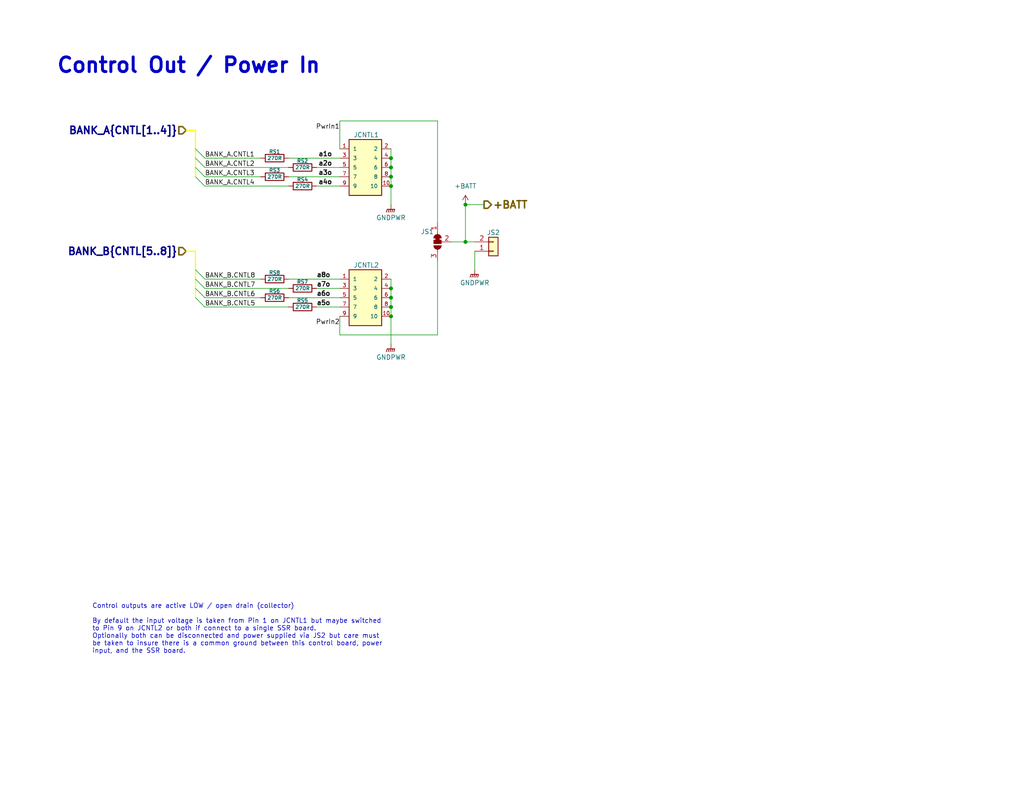
<source format=kicad_sch>
(kicad_sch (version 20211123) (generator eeschema)

  (uuid f6863fda-6c6a-44e6-9da4-3b37d21ef95c)

  (paper "USLetter")

  (title_block
    (date "2023-02-08")
    (rev "0.0.11")
    (comment 2 "http://creativecommons.org/licenses/by-sa/4.0/")
    (comment 3 "License: CC By SA 4.0")
    (comment 4 "Author: Michael Cummings")
    (comment 5 "https://ohwr.org/project/cernohl/wikis/Documents/CERN-OHL-version-2")
    (comment 6 "Hardware License: CERN-OHL-W")
  )

  (lib_symbols
    (symbol "Connector_Generic:Conn_01x02" (pin_names (offset 1.016) hide) (in_bom yes) (on_board yes)
      (property "Reference" "JS2" (id 0) (at 0 4.826 0)
        (effects (font (size 1.27 1.27)))
      )
      (property "Value" "Conn_01x02" (id 1) (at 5.715 -22.225 0)
        (effects (font (size 1.27 1.27)) hide)
      )
      (property "Footprint" "Connector_PinHeader_1.00mm:PinHeader_1x02_P1.00mm_Vertical" (id 2) (at 19.05 -12.7 0)
        (effects (font (size 1.27 1.27)) hide)
      )
      (property "Datasheet" "~" (id 3) (at 0 0 0)
        (effects (font (size 1.27 1.27)) hide)
      )
      (property "Description" "Pin Header; 1mm 1x2 Vertical" (id 4) (at 13.97 -9.525 0)
        (effects (font (size 1.27 1.27)) hide)
      )
      (property "Package" "Other" (id 5) (at 2.54 -16.51 0)
        (effects (font (size 1.27 1.27)) hide)
      )
      (property "Type" "THT" (id 6) (at 1.27 -19.685 0)
        (effects (font (size 1.27 1.27)) hide)
      )
      (property "ki_keywords" "connector" (id 7) (at 0 0 0)
        (effects (font (size 1.27 1.27)) hide)
      )
      (property "ki_description" "Generic connector, single row, 01x02, script generated (kicad-library-utils/schlib/autogen/connector/)" (id 8) (at 0 0 0)
        (effects (font (size 1.27 1.27)) hide)
      )
      (property "ki_fp_filters" "Connector*:*_1x??_*" (id 9) (at 0 0 0)
        (effects (font (size 1.27 1.27)) hide)
      )
      (symbol "Conn_01x02_1_1"
        (rectangle (start -1.27 -2.413) (end 0 -2.667)
          (stroke (width 0.1524) (type default) (color 0 0 0 0))
          (fill (type none))
        )
        (rectangle (start -1.27 0.127) (end 0 -0.127)
          (stroke (width 0.1524) (type default) (color 0 0 0 0))
          (fill (type none))
        )
        (rectangle (start -1.27 1.27) (end 1.27 -3.81)
          (stroke (width 0.254) (type default) (color 0 0 0 0))
          (fill (type background))
        )
        (pin passive line (at -5.08 0 0) (length 3.81)
          (name "Pin_1" (effects (font (size 1.27 1.27))))
          (number "1" (effects (font (size 1.27 1.27))))
        )
        (pin passive line (at -5.08 -2.54 0) (length 3.81)
          (name "Pin_2" (effects (font (size 1.27 1.27))))
          (number "2" (effects (font (size 1.27 1.27))))
        )
      )
    )
    (symbol "Device:R" (pin_numbers hide) (pin_names (offset 0)) (in_bom yes) (on_board yes)
      (property "Reference" "R" (id 0) (at 2.032 0 90)
        (effects (font (size 1.27 1.27)))
      )
      (property "Value" "R" (id 1) (at 0 0 90)
        (effects (font (size 1.27 1.27)))
      )
      (property "Footprint" "" (id 2) (at -1.778 0 90)
        (effects (font (size 1.27 1.27)) hide)
      )
      (property "Datasheet" "~" (id 3) (at 0 0 0)
        (effects (font (size 1.27 1.27)) hide)
      )
      (property "ki_keywords" "R res resistor" (id 4) (at 0 0 0)
        (effects (font (size 1.27 1.27)) hide)
      )
      (property "ki_description" "Resistor" (id 5) (at 0 0 0)
        (effects (font (size 1.27 1.27)) hide)
      )
      (property "ki_fp_filters" "R_*" (id 6) (at 0 0 0)
        (effects (font (size 1.27 1.27)) hide)
      )
      (symbol "R_0_1"
        (rectangle (start -1.016 -2.54) (end 1.016 2.54)
          (stroke (width 0.254) (type default) (color 0 0 0 0))
          (fill (type none))
        )
      )
      (symbol "R_1_1"
        (pin passive line (at 0 3.81 270) (length 1.27)
          (name "~" (effects (font (size 1.27 1.27))))
          (number "1" (effects (font (size 1.27 1.27))))
        )
        (pin passive line (at 0 -3.81 90) (length 1.27)
          (name "~" (effects (font (size 1.27 1.27))))
          (number "2" (effects (font (size 1.27 1.27))))
        )
      )
    )
    (symbol "Jumper:SolderJumper_3_Bridged12" (pin_names (offset 0) hide) (in_bom yes) (on_board yes)
      (property "Reference" "JS1" (id 0) (at -2.54 0 0)
        (effects (font (size 1.27 1.27)))
      )
      (property "Value" "SolderJumper_3_Bridged12" (id 1) (at 18.415 -15.24 0)
        (effects (font (size 1.27 1.27)) hide)
      )
      (property "Footprint" "Jumper:SolderJumper-3_P1.3mm_Bridged12_RoundedPad1.0x1.5mm_NumberLabels" (id 2) (at 39.37 -19.685 0)
        (effects (font (size 1.27 1.27)) hide)
      )
      (property "Datasheet" "~" (id 3) (at 1.905 -22.86 0)
        (effects (font (size 1.27 1.27)) hide)
      )
      (property "ki_keywords" "Solder Jumper SPDT" (id 4) (at 0 0 0)
        (effects (font (size 1.27 1.27)) hide)
      )
      (property "ki_description" "3-pole Solder Jumper, pins 1+2 closed/bridged" (id 5) (at 0 0 0)
        (effects (font (size 1.27 1.27)) hide)
      )
      (property "ki_fp_filters" "SolderJumper*Bridged12*" (id 6) (at 0 0 0)
        (effects (font (size 1.27 1.27)) hide)
      )
      (symbol "SolderJumper_3_Bridged12_0_1"
        (rectangle (start -1.016 0.508) (end -0.508 -0.508)
          (stroke (width 0) (type default) (color 0 0 0 0))
          (fill (type outline))
        )
        (arc (start -1.016 1.016) (mid -2.032 0) (end -1.016 -1.016)
          (stroke (width 0) (type default) (color 0 0 0 0))
          (fill (type none))
        )
        (arc (start -1.016 1.016) (mid -2.032 0) (end -1.016 -1.016)
          (stroke (width 0) (type default) (color 0 0 0 0))
          (fill (type outline))
        )
        (rectangle (start -0.508 1.016) (end 0.508 -1.016)
          (stroke (width 0) (type default) (color 0 0 0 0))
          (fill (type outline))
        )
        (polyline
          (pts
            (xy -2.54 0)
            (xy -2.032 0)
          )
          (stroke (width 0) (type default) (color 0 0 0 0))
          (fill (type none))
        )
        (polyline
          (pts
            (xy -1.016 1.016)
            (xy -1.016 -1.016)
          )
          (stroke (width 0) (type default) (color 0 0 0 0))
          (fill (type none))
        )
        (polyline
          (pts
            (xy 0 -1.27)
            (xy 0 -1.016)
          )
          (stroke (width 0) (type default) (color 0 0 0 0))
          (fill (type none))
        )
        (polyline
          (pts
            (xy 1.016 1.016)
            (xy 1.016 -1.016)
          )
          (stroke (width 0) (type default) (color 0 0 0 0))
          (fill (type none))
        )
        (polyline
          (pts
            (xy 2.54 0)
            (xy 2.032 0)
          )
          (stroke (width 0) (type default) (color 0 0 0 0))
          (fill (type none))
        )
        (arc (start 1.016 -1.016) (mid 2.032 0) (end 1.016 1.016)
          (stroke (width 0) (type default) (color 0 0 0 0))
          (fill (type none))
        )
        (arc (start 1.016 -1.016) (mid 2.032 0) (end 1.016 1.016)
          (stroke (width 0) (type default) (color 0 0 0 0))
          (fill (type outline))
        )
      )
      (symbol "SolderJumper_3_Bridged12_1_1"
        (pin power_in line (at -5.08 0 0) (length 2.54)
          (name "A" (effects (font (size 1.27 1.27))))
          (number "1" (effects (font (size 1.27 1.27))))
        )
        (pin power_out line (at 0 -3.81 90) (length 2.54)
          (name "C" (effects (font (size 1.27 1.27))))
          (number "2" (effects (font (size 1.27 1.27))))
        )
        (pin power_in line (at 5.08 0 180) (length 2.54)
          (name "B" (effects (font (size 1.27 1.27))))
          (number "3" (effects (font (size 1.27 1.27))))
        )
      )
    )
    (symbol "SHF-105-01-L-D-RA_1" (pin_names (offset 1.016)) (in_bom yes) (on_board yes)
      (property "Reference" "JCNTL1" (id 0) (at 0.254 8.89 0)
        (effects (font (size 1.27 1.27)))
      )
      (property "Value" "SHF-105-01-L-D-RA_1" (id 1) (at 0 -43.18 0)
        (effects (font (size 1.27 1.27)) (justify left bottom) hide)
      )
      (property "Footprint" "dragon_mobile:SAMTEC_SHF-105-01-L-D-RA" (id 2) (at 0 -16.51 0)
        (effects (font (size 1.27 1.27)) (justify left bottom) hide)
      )
      (property "Datasheet" "https://www.mouser.com/datasheet/2/527/shf-2854584.pdf" (id 3) (at 0 -19.05 0)
        (effects (font (size 1.27 1.27)) (justify left bottom) hide)
      )
      (property "Description" "Headers & Wire Housings Shrouded Terminal Strip, 0.050\"(1.27mm) pitch, Pin(Male), Right Angle, IDC; 10 Pos. 2 Rows;" (id 4) (at 0 -21.59 0)
        (effects (font (size 1.27 1.27)) (justify left bottom) hide)
      )
      (property "MFN" "Samtec" (id 5) (at 0 -24.13 0)
        (effects (font (size 1.27 1.27)) (justify left bottom) hide)
      )
      (property "MFP" "SHF-105-01-L-D-RA-TR" (id 6) (at 0 -26.67 0)
        (effects (font (size 1.27 1.27)) (justify left bottom) hide)
      )
      (property "Type" "THT" (id 7) (at 0 -29.21 0)
        (effects (font (size 1.27 1.27)) (justify left bottom) hide)
      )
      (property "Height (mm)" "5.33" (id 8) (at 0 -31.75 0)
        (effects (font (size 1.27 1.27)) (justify left bottom) hide)
      )
      (property "Mouser Part Number" "200-SHF10501LDRATR" (id 9) (at 0 -34.29 0)
        (effects (font (size 1.27 1.27)) (justify left bottom) hide)
      )
      (property "Mouser Price/Stock" "https://www.mouser.com/ProductDetail/Samtec/SHF-105-01-L-D-RA-TR?qs=%252BZP6%2F%252BtExtA3jdVUpsGHlg%3D%3D" (id 10) (at 0 -36.83 0)
        (effects (font (size 1.27 1.27)) (justify left bottom) hide)
      )
      (property "Package" "Other" (id 11) (at 0 -44.704 0)
        (effects (font (size 1.27 1.27)) (justify left) hide)
      )
      (property "Characteristics" "Headers & Wire Housings Shrouded Terminal Strip, 0.050\"(1.27mm) pitch, Pin(Male), Right Angle, IDC; 10 Pos. 2 Rows;" (id 12) (at 0 -39.37 0)
        (effects (font (size 1.27 1.27)) (justify left) hide)
      )
      (property "ki_keywords" "Connector" (id 13) (at 0 0 0)
        (effects (font (size 1.27 1.27)) hide)
      )
      (property "ki_description" "Shrouded Terminal Strip, 0.050'' pitch, SHF-105-01-L-D-RA" (id 14) (at 0 0 0)
        (effects (font (size 1.27 1.27)) hide)
      )
      (symbol "SHF-105-01-L-D-RA_1_0_0"
        (rectangle (start -4.445 7.62) (end 4.445 -7.62)
          (stroke (width 0.254) (type default) (color 0 0 0 0))
          (fill (type background))
        )
        (pin power_out line (at -6.985 5.08 0) (length 2.54)
          (name "1" (effects (font (size 1.016 1.016))))
          (number "1" (effects (font (size 1.016 1.016))))
        )
        (pin passive line (at 6.985 -5.08 180) (length 2.54)
          (name "10" (effects (font (size 1.016 1.016))))
          (number "10" (effects (font (size 1.016 1.016))))
        )
        (pin passive line (at 6.985 5.08 180) (length 2.54)
          (name "2" (effects (font (size 1.016 1.016))))
          (number "2" (effects (font (size 1.016 1.016))))
        )
        (pin passive line (at -6.985 2.54 0) (length 2.54)
          (name "3" (effects (font (size 1.016 1.016))))
          (number "3" (effects (font (size 1.016 1.016))))
        )
        (pin passive line (at 6.985 2.54 180) (length 2.54)
          (name "4" (effects (font (size 1.016 1.016))))
          (number "4" (effects (font (size 1.016 1.016))))
        )
        (pin passive line (at -6.985 0 0) (length 2.54)
          (name "5" (effects (font (size 1.016 1.016))))
          (number "5" (effects (font (size 1.016 1.016))))
        )
        (pin passive line (at 6.985 0 180) (length 2.54)
          (name "6" (effects (font (size 1.016 1.016))))
          (number "6" (effects (font (size 1.016 1.016))))
        )
        (pin passive line (at -6.985 -2.54 0) (length 2.54)
          (name "7" (effects (font (size 1.016 1.016))))
          (number "7" (effects (font (size 1.016 1.016))))
        )
        (pin passive line (at 6.985 -2.54 180) (length 2.54)
          (name "8" (effects (font (size 1.016 1.016))))
          (number "8" (effects (font (size 1.016 1.016))))
        )
        (pin passive line (at -6.985 -5.08 0) (length 2.54)
          (name "9" (effects (font (size 1.016 1.016))))
          (number "9" (effects (font (size 1.016 1.016))))
        )
      )
    )
    (symbol "dragon_mobile:SHF-105-01-L-D-RA" (pin_names (offset 1.016)) (in_bom yes) (on_board yes)
      (property "Reference" "JCNTL2" (id 0) (at 0.254 8.89 0)
        (effects (font (size 1.27 1.27)))
      )
      (property "Value" "SHF-105-01-L-D-RA" (id 1) (at 0 -41.91 0)
        (effects (font (size 1.27 1.27)) (justify left bottom) hide)
      )
      (property "Footprint" "dragon_mobile:SAMTEC_SHF-105-01-L-D-RA" (id 2) (at 0 -16.51 0)
        (effects (font (size 1.27 1.27)) (justify left bottom) hide)
      )
      (property "Datasheet" "https://www.mouser.com/datasheet/2/527/shf-2854584.pdf" (id 3) (at 0 -19.05 0)
        (effects (font (size 1.27 1.27)) (justify left bottom) hide)
      )
      (property "Description" "Headers & Wire Housings Shrouded Terminal Strip, 0.050\"(1.27mm) pitch, Pin(Male), Right Angle, IDC; 10 Pos. 2 Rows;" (id 4) (at 0 -21.59 0)
        (effects (font (size 1.27 1.27)) (justify left bottom) hide)
      )
      (property "MFN" "Samtec" (id 5) (at 0 -24.13 0)
        (effects (font (size 1.27 1.27)) (justify left bottom) hide)
      )
      (property "MFP" "SHF-105-01-L-D-RA-TR" (id 6) (at 0 -26.67 0)
        (effects (font (size 1.27 1.27)) (justify left bottom) hide)
      )
      (property "Type" "THT" (id 7) (at 0 -29.21 0)
        (effects (font (size 1.27 1.27)) (justify left bottom) hide)
      )
      (property "Height (mm)" "5.33" (id 8) (at 0 -31.75 0)
        (effects (font (size 1.27 1.27)) (justify left bottom) hide)
      )
      (property "Mouser Part Number" "200-SHF10501LDRATR" (id 9) (at 0 -34.29 0)
        (effects (font (size 1.27 1.27)) (justify left bottom) hide)
      )
      (property "Mouser Price/Stock" "https://www.mouser.com/ProductDetail/Samtec/SHF-105-01-L-D-RA-TR?qs=%252BZP6%2F%252BtExtA3jdVUpsGHlg%3D%3D" (id 10) (at 0 -36.83 0)
        (effects (font (size 1.27 1.27)) (justify left bottom) hide)
      )
      (property "Characteristics" "Headers & Wire Housings Shrouded Terminal Strip, 0.050\"(1.27mm) pitch, Pin(Male), Right Angle, IDC; 10 Pos. 2 Rows;" (id 11) (at 0 -38.608 0)
        (effects (font (size 1.27 1.27)) (justify left) hide)
      )
      (property "Package" "Other" (id 12) (at 0 -43.688 0)
        (effects (font (size 1.27 1.27)) (justify left) hide)
      )
      (property "ki_keywords" "Connector" (id 13) (at 0 0 0)
        (effects (font (size 1.27 1.27)) hide)
      )
      (property "ki_description" "Shrouded Terminal Strip, 0.050'' pitch, SHF-105-01-L-D-RA" (id 14) (at 0 0 0)
        (effects (font (size 1.27 1.27)) hide)
      )
      (symbol "SHF-105-01-L-D-RA_0_0"
        (rectangle (start -4.445 7.62) (end 4.445 -7.62)
          (stroke (width 0.254) (type default) (color 0 0 0 0))
          (fill (type background))
        )
        (pin passive line (at -6.985 5.08 0) (length 2.54)
          (name "1" (effects (font (size 1.016 1.016))))
          (number "1" (effects (font (size 1.016 1.016))))
        )
        (pin passive line (at 6.985 -5.08 180) (length 2.54)
          (name "10" (effects (font (size 1.016 1.016))))
          (number "10" (effects (font (size 1.016 1.016))))
        )
        (pin passive line (at 6.985 5.08 180) (length 2.54)
          (name "2" (effects (font (size 1.016 1.016))))
          (number "2" (effects (font (size 1.016 1.016))))
        )
        (pin passive line (at -6.985 2.54 0) (length 2.54)
          (name "3" (effects (font (size 1.016 1.016))))
          (number "3" (effects (font (size 1.016 1.016))))
        )
        (pin passive line (at 6.985 2.54 180) (length 2.54)
          (name "4" (effects (font (size 1.016 1.016))))
          (number "4" (effects (font (size 1.016 1.016))))
        )
        (pin passive line (at -6.985 0 0) (length 2.54)
          (name "5" (effects (font (size 1.016 1.016))))
          (number "5" (effects (font (size 1.016 1.016))))
        )
        (pin passive line (at 6.985 0 180) (length 2.54)
          (name "6" (effects (font (size 1.016 1.016))))
          (number "6" (effects (font (size 1.016 1.016))))
        )
        (pin passive line (at -6.985 -2.54 0) (length 2.54)
          (name "7" (effects (font (size 1.016 1.016))))
          (number "7" (effects (font (size 1.016 1.016))))
        )
        (pin passive line (at 6.985 -2.54 180) (length 2.54)
          (name "8" (effects (font (size 1.016 1.016))))
          (number "8" (effects (font (size 1.016 1.016))))
        )
        (pin power_out line (at -6.985 -5.08 0) (length 2.54)
          (name "9" (effects (font (size 1.016 1.016))))
          (number "9" (effects (font (size 1.016 1.016))))
        )
      )
    )
    (symbol "power:+BATT" (power) (pin_names (offset 0)) (in_bom yes) (on_board yes)
      (property "Reference" "#PWR" (id 0) (at 0 -3.81 0)
        (effects (font (size 1.27 1.27)) hide)
      )
      (property "Value" "+BATT" (id 1) (at 0 3.556 0)
        (effects (font (size 1.27 1.27)))
      )
      (property "Footprint" "" (id 2) (at 0 0 0)
        (effects (font (size 1.27 1.27)) hide)
      )
      (property "Datasheet" "" (id 3) (at 0 0 0)
        (effects (font (size 1.27 1.27)) hide)
      )
      (property "ki_keywords" "global power battery" (id 4) (at 0 0 0)
        (effects (font (size 1.27 1.27)) hide)
      )
      (property "ki_description" "Power symbol creates a global label with name \"+BATT\"" (id 5) (at 0 0 0)
        (effects (font (size 1.27 1.27)) hide)
      )
      (symbol "+BATT_0_1"
        (polyline
          (pts
            (xy -0.762 1.27)
            (xy 0 2.54)
          )
          (stroke (width 0) (type default) (color 0 0 0 0))
          (fill (type none))
        )
        (polyline
          (pts
            (xy 0 0)
            (xy 0 2.54)
          )
          (stroke (width 0) (type default) (color 0 0 0 0))
          (fill (type none))
        )
        (polyline
          (pts
            (xy 0 2.54)
            (xy 0.762 1.27)
          )
          (stroke (width 0) (type default) (color 0 0 0 0))
          (fill (type none))
        )
      )
      (symbol "+BATT_1_1"
        (pin power_in line (at 0 0 90) (length 0) hide
          (name "+BATT" (effects (font (size 1.27 1.27))))
          (number "1" (effects (font (size 1.27 1.27))))
        )
      )
    )
    (symbol "power:GNDPWR" (power) (pin_names (offset 0)) (in_bom yes) (on_board yes)
      (property "Reference" "#PWR" (id 0) (at 0 -5.08 0)
        (effects (font (size 1.27 1.27)) hide)
      )
      (property "Value" "GNDPWR" (id 1) (at 0 -3.302 0)
        (effects (font (size 1.27 1.27)))
      )
      (property "Footprint" "" (id 2) (at 0 -1.27 0)
        (effects (font (size 1.27 1.27)) hide)
      )
      (property "Datasheet" "" (id 3) (at 0 -1.27 0)
        (effects (font (size 1.27 1.27)) hide)
      )
      (property "ki_keywords" "power-flag" (id 4) (at 0 0 0)
        (effects (font (size 1.27 1.27)) hide)
      )
      (property "ki_description" "Power symbol creates a global label with name \"GNDPWR\" , power ground" (id 5) (at 0 0 0)
        (effects (font (size 1.27 1.27)) hide)
      )
      (symbol "GNDPWR_0_1"
        (polyline
          (pts
            (xy 0 -1.27)
            (xy 0 0)
          )
          (stroke (width 0) (type default) (color 0 0 0 0))
          (fill (type none))
        )
        (polyline
          (pts
            (xy -1.016 -1.27)
            (xy -1.27 -2.032)
            (xy -1.27 -2.032)
          )
          (stroke (width 0.2032) (type default) (color 0 0 0 0))
          (fill (type none))
        )
        (polyline
          (pts
            (xy -0.508 -1.27)
            (xy -0.762 -2.032)
            (xy -0.762 -2.032)
          )
          (stroke (width 0.2032) (type default) (color 0 0 0 0))
          (fill (type none))
        )
        (polyline
          (pts
            (xy 0 -1.27)
            (xy -0.254 -2.032)
            (xy -0.254 -2.032)
          )
          (stroke (width 0.2032) (type default) (color 0 0 0 0))
          (fill (type none))
        )
        (polyline
          (pts
            (xy 0.508 -1.27)
            (xy 0.254 -2.032)
            (xy 0.254 -2.032)
          )
          (stroke (width 0.2032) (type default) (color 0 0 0 0))
          (fill (type none))
        )
        (polyline
          (pts
            (xy 1.016 -1.27)
            (xy -1.016 -1.27)
            (xy -1.016 -1.27)
          )
          (stroke (width 0.2032) (type default) (color 0 0 0 0))
          (fill (type none))
        )
        (polyline
          (pts
            (xy 1.016 -1.27)
            (xy 0.762 -2.032)
            (xy 0.762 -2.032)
            (xy 0.762 -2.032)
          )
          (stroke (width 0.2032) (type default) (color 0 0 0 0))
          (fill (type none))
        )
      )
      (symbol "GNDPWR_1_1"
        (pin power_in line (at 0 0 270) (length 0) hide
          (name "GNDPWR" (effects (font (size 1.27 1.27))))
          (number "1" (effects (font (size 1.27 1.27))))
        )
      )
    )
  )

  (junction (at 106.68 86.36) (diameter 0) (color 0 0 0 0)
    (uuid 041dd7b3-b5b4-49f8-85eb-8f1edff61bb2)
  )
  (junction (at 127 66.04) (diameter 0) (color 0 0 0 0)
    (uuid 31cebfcc-8164-49c5-bdfd-ac23ba874d9b)
  )
  (junction (at 106.68 50.8) (diameter 0) (color 0 0 0 0)
    (uuid 4831d59b-7f47-4304-887a-3a0a6dbba5e6)
  )
  (junction (at 127 55.88) (diameter 0) (color 0 0 0 0)
    (uuid 85fed432-a0dd-4ee8-8d7f-82acc111e5e4)
  )
  (junction (at 106.68 48.26) (diameter 0) (color 0 0 0 0)
    (uuid b66c76a3-3f2d-40d9-a290-f7c289e75872)
  )
  (junction (at 106.68 43.18) (diameter 0) (color 0 0 0 0)
    (uuid ba687987-97a2-44e2-8ccc-5d3b9c1a3955)
  )
  (junction (at 106.68 45.72) (diameter 0) (color 0 0 0 0)
    (uuid c958b194-995d-491c-b3b0-d09faca9fac4)
  )
  (junction (at 106.68 83.82) (diameter 0) (color 0 0 0 0)
    (uuid ef2d71c0-fc5f-49c4-a2ea-95f4f87f6bd1)
  )
  (junction (at 106.68 81.28) (diameter 0) (color 0 0 0 0)
    (uuid f6d2a3f3-c24f-4fa4-a379-aa5505f8f0bf)
  )
  (junction (at 106.68 78.74) (diameter 0) (color 0 0 0 0)
    (uuid fae71d32-8c40-4409-8c32-9bb1d4428cc5)
  )

  (bus_entry (at 53.34 78.74) (size 2.54 2.54)
    (stroke (width 0) (type default) (color 0 0 0 0))
    (uuid 3df8834f-f7ca-43bb-8d93-b4d8b3161a39)
  )
  (bus_entry (at 53.34 45.72) (size 2.54 2.54)
    (stroke (width 0) (type default) (color 0 0 0 0))
    (uuid 65836b73-7b79-442a-9567-96cb0c567455)
  )
  (bus_entry (at 53.34 43.18) (size 2.54 2.54)
    (stroke (width 0) (type default) (color 0 0 0 0))
    (uuid 74f7447e-352d-4116-894a-6882025b3804)
  )
  (bus_entry (at 53.34 40.64) (size 2.54 2.54)
    (stroke (width 0) (type default) (color 0 0 0 0))
    (uuid 7d8a159c-0f9d-468e-9c6a-6b414e5951f0)
  )
  (bus_entry (at 53.34 76.2) (size 2.54 2.54)
    (stroke (width 0) (type default) (color 0 0 0 0))
    (uuid 8dd51fe1-a94e-4d8e-b8ea-a08ab4c40ddb)
  )
  (bus_entry (at 53.34 48.26) (size 2.54 2.54)
    (stroke (width 0) (type default) (color 0 0 0 0))
    (uuid b43731b3-5d11-4d7b-9c96-ba10aadf8bd5)
  )
  (bus_entry (at 53.34 81.28) (size 2.54 2.54)
    (stroke (width 0) (type default) (color 0 0 0 0))
    (uuid ebfbbfab-ffed-49a5-b736-11b011781e96)
  )
  (bus_entry (at 53.34 73.66) (size 2.54 2.54)
    (stroke (width 0) (type default) (color 0 0 0 0))
    (uuid f513fc3d-353f-4e8c-9189-bd18a7ac6939)
  )

  (wire (pts (xy 106.68 81.28) (xy 106.68 83.82))
    (stroke (width 0) (type default) (color 0 0 0 0))
    (uuid 001695c4-f659-4fdb-a2da-909a78918d9f)
  )
  (wire (pts (xy 127 66.04) (xy 129.54 66.04))
    (stroke (width 0) (type default) (color 0 0 0 0))
    (uuid 0128c044-548e-41ab-b997-d5de06d33c57)
  )
  (wire (pts (xy 55.88 76.2) (xy 71.12 76.2))
    (stroke (width 0) (type default) (color 0 0 0 0))
    (uuid 14b6302f-065a-4e13-9a45-b52ad6bc67e7)
  )
  (bus (pts (xy 53.34 68.58) (xy 53.34 73.66))
    (stroke (width 0) (type default) (color 255 255 0 1))
    (uuid 1b2f4624-5222-4ee1-8fd9-5c5c69229e5e)
  )

  (wire (pts (xy 119.38 33.02) (xy 92.71 33.02))
    (stroke (width 0) (type default) (color 0 0 0 0))
    (uuid 1dfdf04f-346c-4ae6-b891-a827bf24eb95)
  )
  (wire (pts (xy 106.68 40.64) (xy 106.68 43.18))
    (stroke (width 0) (type default) (color 0 0 0 0))
    (uuid 20bdaac8-a512-4356-aa9b-dda5be36d1e3)
  )
  (bus (pts (xy 53.34 40.64) (xy 53.34 43.18))
    (stroke (width 0) (type default) (color 255 255 0 1))
    (uuid 25c18e09-aa2d-4e8a-88f7-d8b86fff6c24)
  )

  (wire (pts (xy 92.71 33.02) (xy 92.71 40.64))
    (stroke (width 0) (type default) (color 0 0 0 0))
    (uuid 28b591e6-08f3-4878-a60e-59064074c478)
  )
  (wire (pts (xy 119.38 71.12) (xy 119.38 91.44))
    (stroke (width 0) (type default) (color 0 0 0 0))
    (uuid 2e8e6e61-01e9-4210-b93b-8cba97ab045a)
  )
  (wire (pts (xy 119.38 60.96) (xy 119.38 33.02))
    (stroke (width 0) (type default) (color 0 0 0 0))
    (uuid 38d78da9-7d4c-465c-b919-82d6f6da7269)
  )
  (wire (pts (xy 78.74 76.2) (xy 92.71 76.2))
    (stroke (width 0) (type default) (color 0 0 0 0))
    (uuid 413c5dd7-dd2b-4294-a589-d0b09b8f9487)
  )
  (wire (pts (xy 78.74 81.28) (xy 92.71 81.28))
    (stroke (width 0) (type default) (color 0 0 0 0))
    (uuid 4455cc48-0a05-4b9c-ab03-385e209ba522)
  )
  (wire (pts (xy 106.68 76.2) (xy 106.68 78.74))
    (stroke (width 0) (type default) (color 0 0 0 0))
    (uuid 446b48f3-6e07-41d4-a65a-943ef5a4319b)
  )
  (bus (pts (xy 53.34 43.18) (xy 53.34 45.72))
    (stroke (width 0) (type default) (color 255 255 0 1))
    (uuid 4cbe1151-c9ed-4e75-b286-ec81c9d83d12)
  )

  (wire (pts (xy 92.71 91.44) (xy 92.71 86.36))
    (stroke (width 0) (type default) (color 0 0 0 0))
    (uuid 4cd245f9-a16f-49f7-a136-aa7ffb0b475b)
  )
  (wire (pts (xy 106.68 78.74) (xy 106.68 81.28))
    (stroke (width 0) (type default) (color 0 0 0 0))
    (uuid 4ddc3866-fbc4-4e6f-be85-038adbd9704a)
  )
  (bus (pts (xy 53.34 73.66) (xy 53.34 76.2))
    (stroke (width 0) (type default) (color 255 255 0 1))
    (uuid 54450d9c-71ce-4e14-ae01-184e0305e48c)
  )

  (wire (pts (xy 78.74 48.26) (xy 92.71 48.26))
    (stroke (width 0) (type default) (color 0 0 0 0))
    (uuid 548699f6-523a-480c-9b4b-5391f613cfed)
  )
  (wire (pts (xy 106.68 48.26) (xy 106.68 50.8))
    (stroke (width 0) (type default) (color 0 0 0 0))
    (uuid 554ad394-8c9a-40e2-bbe9-a5dcc8df365b)
  )
  (bus (pts (xy 50.8 35.56) (xy 53.34 35.56))
    (stroke (width 0) (type default) (color 255 255 0 1))
    (uuid 5b1abda2-ac20-489d-959d-7feb868b5aa8)
  )
  (bus (pts (xy 50.8 68.58) (xy 53.34 68.58))
    (stroke (width 0) (type default) (color 255 255 0 1))
    (uuid 5c37aeb5-cf44-4776-acb6-5f954c577461)
  )

  (wire (pts (xy 55.88 43.18) (xy 71.12 43.18))
    (stroke (width 0) (type default) (color 0 0 0 0))
    (uuid 637b8273-ce7a-4939-ac17-7c83581a0926)
  )
  (wire (pts (xy 55.88 50.8) (xy 78.74 50.8))
    (stroke (width 0) (type default) (color 0 0 0 0))
    (uuid 6bc70f19-ace7-49cd-9b5c-773cdfd18e75)
  )
  (wire (pts (xy 106.68 43.18) (xy 106.68 45.72))
    (stroke (width 0) (type default) (color 0 0 0 0))
    (uuid 72842dbf-96a9-4c9b-871d-2ee0b346e1d9)
  )
  (wire (pts (xy 92.71 45.72) (xy 86.36 45.72))
    (stroke (width 0) (type default) (color 0 0 0 0))
    (uuid 7e9bbf72-7646-41f4-8a0d-4c93957d79d0)
  )
  (wire (pts (xy 92.71 43.18) (xy 78.74 43.18))
    (stroke (width 0) (type default) (color 0 0 0 0))
    (uuid 82bc3ba9-2261-4ff3-b3fc-42df73abdc5c)
  )
  (wire (pts (xy 106.68 86.36) (xy 106.68 93.98))
    (stroke (width 0) (type default) (color 0 0 0 0))
    (uuid 83e2ff60-d6cd-4c8f-8c30-0cfb407f059d)
  )
  (bus (pts (xy 53.34 45.72) (xy 53.34 48.26))
    (stroke (width 0) (type default) (color 255 255 0 1))
    (uuid 8488f8ac-d26b-4d84-9577-546b21a37464)
  )

  (wire (pts (xy 127 55.88) (xy 127 66.04))
    (stroke (width 0) (type default) (color 0 0 0 0))
    (uuid 8c2c7981-eb2d-43b2-84a5-56d5de52e03f)
  )
  (wire (pts (xy 86.36 78.74) (xy 92.71 78.74))
    (stroke (width 0) (type default) (color 0 0 0 0))
    (uuid 93ba2cfc-9d87-40de-9faf-42dd1d7bcd47)
  )
  (wire (pts (xy 119.38 91.44) (xy 92.71 91.44))
    (stroke (width 0) (type default) (color 0 0 0 0))
    (uuid 968e5530-498b-40fe-9d9d-3d40ecdfb03d)
  )
  (wire (pts (xy 55.88 83.82) (xy 78.74 83.82))
    (stroke (width 0) (type default) (color 0 0 0 0))
    (uuid 9ce5f02a-7192-41bc-b93d-2a4732f81fcd)
  )
  (wire (pts (xy 106.68 45.72) (xy 106.68 48.26))
    (stroke (width 0) (type default) (color 0 0 0 0))
    (uuid a31a8753-e4fe-429d-bca8-855b203dd327)
  )
  (wire (pts (xy 106.68 83.82) (xy 106.68 86.36))
    (stroke (width 0) (type default) (color 0 0 0 0))
    (uuid ad963175-1344-4d28-b088-c807d4244386)
  )
  (bus (pts (xy 53.34 76.2) (xy 53.34 78.74))
    (stroke (width 0) (type default) (color 255 255 0 1))
    (uuid b29ace17-ecc1-455c-b900-af21f644172b)
  )
  (bus (pts (xy 53.34 35.56) (xy 53.34 40.64))
    (stroke (width 0) (type default) (color 255 255 0 1))
    (uuid b87831de-d3b6-432d-b58c-232917b2f21d)
  )

  (wire (pts (xy 127 55.88) (xy 132.08 55.88))
    (stroke (width 0) (type default) (color 0 0 0 0))
    (uuid bbd5e61a-2a8e-4f00-9ca0-2015b1f79874)
  )
  (wire (pts (xy 86.36 83.82) (xy 92.71 83.82))
    (stroke (width 0) (type default) (color 0 0 0 0))
    (uuid be9b725b-e0a2-4af9-a5c7-35c5030b5392)
  )
  (wire (pts (xy 129.54 68.58) (xy 129.54 73.66))
    (stroke (width 0) (type default) (color 0 0 0 0))
    (uuid c1cce49d-2717-4782-91aa-cb3eb21bc0fb)
  )
  (wire (pts (xy 55.88 48.26) (xy 71.12 48.26))
    (stroke (width 0) (type default) (color 0 0 0 0))
    (uuid c90cb68c-01c0-4c8e-ae0a-48ab4ad287b8)
  )
  (wire (pts (xy 92.71 50.8) (xy 86.36 50.8))
    (stroke (width 0) (type default) (color 0 0 0 0))
    (uuid d1f18b6f-712f-4d5d-b37c-3335eee3d063)
  )
  (bus (pts (xy 53.34 78.74) (xy 53.34 81.28))
    (stroke (width 0) (type default) (color 255 255 0 1))
    (uuid df0802f8-cf87-4c6e-ab29-8a6120e594c0)
  )

  (wire (pts (xy 106.68 50.8) (xy 106.68 55.88))
    (stroke (width 0) (type default) (color 0 0 0 0))
    (uuid e1c842a9-5005-4662-911c-51f657289813)
  )
  (wire (pts (xy 55.88 81.28) (xy 71.12 81.28))
    (stroke (width 0) (type default) (color 0 0 0 0))
    (uuid e79e96ee-1beb-41f9-b17f-d6713b39a2a0)
  )
  (wire (pts (xy 55.88 78.74) (xy 78.74 78.74))
    (stroke (width 0) (type default) (color 0 0 0 0))
    (uuid f402d936-5bce-4686-b48e-3f9e988f7a6a)
  )
  (wire (pts (xy 55.88 45.72) (xy 78.74 45.72))
    (stroke (width 0) (type default) (color 0 0 0 0))
    (uuid f454a824-a77d-43c8-be3c-565a9e675b86)
  )
  (wire (pts (xy 123.19 66.04) (xy 127 66.04))
    (stroke (width 0) (type default) (color 0 0 0 0))
    (uuid fa609032-394a-4084-96d5-73f90a71dfbf)
  )

  (text "Control outputs are active LOW / open drain (collector)\n\nBy default the input voltage is taken from Pin 1 on JCNTL1 but maybe switched\nto Pin 9 on JCNTL2 or both if connect to a single SSR board.\nOptionally both can be disconnected and power supplied via JS2 but care must\nbe taken to insure there is a common ground between this control board, power\ninput, and the SSR board."
    (at 25.146 178.562 0)
    (effects (font (size 1.27 1.27)) (justify left bottom))
    (uuid 0eb96c0a-2709-45be-a7b0-8410e0d44574)
  )
  (text "Control Out / Power In" (at 15.24 20.32 0)
    (effects (font (size 4 4) bold) (justify left bottom))
    (uuid b60d0fcc-fec6-402f-95f8-9a554774b7b8)
  )

  (label "BANK_B.CNTL5" (at 55.88 83.82 0)
    (effects (font (size 1.27 1.27)) (justify left bottom))
    (uuid 0f38c759-fde4-4b3e-872b-6f5fb606c0df)
  )
  (label "BANK_B.CNTL7" (at 55.88 78.74 0)
    (effects (font (size 1.27 1.27)) (justify left bottom))
    (uuid 28f741ff-ac5d-4a6a-ac2a-64b4bc5308c1)
  )
  (label "BANK_A.CNTL1" (at 55.88 43.18 0)
    (effects (font (size 1.27 1.27)) (justify left bottom))
    (uuid 30dfec72-18ed-4bfe-b649-a7e8beb531a9)
  )
  (label "BANK_A.CNTL3" (at 55.88 48.26 0)
    (effects (font (size 1.27 1.27)) (justify left bottom))
    (uuid 37537f7f-a67b-4efe-bb82-81187137b8ec)
  )
  (label "a5o" (at 86.36 83.82 0)
    (effects (font (size 1.27 1.27) bold) (justify left bottom))
    (uuid 3dfe493d-ea2b-4202-b962-d0b1417055d5)
  )
  (label "BANK_B.CNTL8" (at 55.88 76.2 0)
    (effects (font (size 1.27 1.27)) (justify left bottom))
    (uuid 4cc7d060-dac2-496e-890e-78628d9f0d61)
  )
  (label "BANK_B.CNTL6" (at 55.88 81.28 0)
    (effects (font (size 1.27 1.27)) (justify left bottom))
    (uuid 4ddef211-98dc-4fd9-8eaf-b83e39d8062c)
  )
  (label "BANK_A.CNTL4" (at 55.88 50.8 0)
    (effects (font (size 1.27 1.27)) (justify left bottom))
    (uuid 576ea7a6-4b26-4eef-9cea-bd174ada8bdf)
  )
  (label "a2o" (at 90.678 45.72 180)
    (effects (font (size 1.27 1.27) (thickness 0.254) bold) (justify right bottom))
    (uuid 85b36596-7190-45f0-80cb-7dbbd19b9a4c)
  )
  (label "PwrIn1" (at 92.71 35.56 180)
    (effects (font (size 1.27 1.27)) (justify right bottom))
    (uuid 86ad9e54-444a-41af-abb8-b8e3c83ce4b8)
  )
  (label "PwrIn2" (at 92.71 88.9 180)
    (effects (font (size 1.27 1.27)) (justify right bottom))
    (uuid 8f11d05c-f419-4a14-88af-2a2649e75bd2)
  )
  (label "a4o" (at 90.678 50.8 180)
    (effects (font (size 1.27 1.27) (thickness 0.254) bold) (justify right bottom))
    (uuid a32fc379-7fd1-4e32-88e4-e45bfd25cf72)
  )
  (label "a3o" (at 90.678 48.26 180)
    (effects (font (size 1.27 1.27) (thickness 0.254) bold) (justify right bottom))
    (uuid b996cc92-04a4-453b-89f9-892353f4d193)
  )
  (label "BANK_A.CNTL2" (at 55.88 45.72 0)
    (effects (font (size 1.27 1.27)) (justify left bottom))
    (uuid dab932c3-bdef-48a9-b5d4-ae1969cf9321)
  )
  (label "a7o" (at 86.36 78.74 0)
    (effects (font (size 1.27 1.27) bold) (justify left bottom))
    (uuid e18639ad-96a7-4832-9857-a518d62ee763)
  )
  (label "a6o" (at 86.36 81.28 0)
    (effects (font (size 1.27 1.27) bold) (justify left bottom))
    (uuid e7d092ce-73aa-44c7-bcd0-3129b9e59046)
  )
  (label "a1o" (at 90.678 43.18 180)
    (effects (font (size 1.27 1.27) (thickness 0.254) bold) (justify right bottom))
    (uuid f393e887-9871-49d8-91e3-a4dca910641f)
  )
  (label "a8o" (at 86.36 76.2 0)
    (effects (font (size 1.27 1.27) bold) (justify left bottom))
    (uuid f4f2b378-a5b6-44ff-a074-b9dd947af9b1)
  )

  (hierarchical_label "BANK_B{CNTL[5..8]}" (shape input) (at 50.8 68.58 180)
    (effects (font (size 2 2) bold) (justify right))
    (uuid 57ae18de-6e26-42a6-a656-35b773d4b363)
  )
  (hierarchical_label "BANK_A{CNTL[1..4]}" (shape input) (at 50.8 35.56 180)
    (effects (font (size 2 2) bold) (justify right))
    (uuid c6fb6941-9424-4216-ae23-97deb0eb7254)
  )
  (hierarchical_label "+BATT" (shape output) (at 132.08 55.88 0)
    (effects (font (size 2 2) (thickness 0.4) bold) (justify left))
    (uuid d3f2ed8c-ade8-4a6c-b810-40268225ea40)
  )

  (symbol (lib_id "Jumper:SolderJumper_3_Bridged12") (at 119.38 66.04 90) (mirror x) (unit 1)
    (in_bom no) (on_board yes)
    (uuid 10a080ad-bb3a-4f2a-81d0-1b3a1d78e27c)
    (property "Reference" "JS1" (id 0) (at 116.586 63.246 90))
    (property "Value" "SolderJumper_3_Bridged12" (id 1) (at 134.62 84.455 0)
      (effects (font (size 1.27 1.27)) hide)
    )
    (property "Footprint" "Jumper:SolderJumper-3_P1.3mm_Bridged12_RoundedPad1.0x1.5mm_NumberLabels" (id 2) (at 139.065 105.41 0)
      (effects (font (size 1.27 1.27)) hide)
    )
    (property "Datasheet" "~" (id 3) (at 142.24 67.945 0)
      (effects (font (size 1.27 1.27)) hide)
    )
    (pin "1" (uuid 13434f7a-9367-46e1-b36d-d0636233950f))
    (pin "2" (uuid 53ee6dda-1e0a-47be-83c8-27507650fb89))
    (pin "3" (uuid dfceafff-67b4-497c-8ea1-97c25edb2d06))
  )

  (symbol (lib_id "power:GNDPWR") (at 129.54 73.66 0) (unit 1)
    (in_bom yes) (on_board yes)
    (uuid 1beebde3-c118-4a00-bdbe-20bb1d53a93e)
    (property "Reference" "#PWR0102" (id 0) (at 129.54 78.74 0)
      (effects (font (size 1.27 1.27)) hide)
    )
    (property "Value" "GNDPWR" (id 1) (at 129.54 77.216 0))
    (property "Footprint" "" (id 2) (at 129.54 74.93 0)
      (effects (font (size 1.27 1.27)) hide)
    )
    (property "Datasheet" "" (id 3) (at 129.54 74.93 0)
      (effects (font (size 1.27 1.27)) hide)
    )
    (pin "1" (uuid 6d35c125-4c4e-4887-b917-407f6c8bce28))
  )

  (symbol (lib_name "SHF-105-01-L-D-RA_1") (lib_id "dragon_mobile:SHF-105-01-L-D-RA") (at 99.695 45.72 0) (unit 1)
    (in_bom yes) (on_board yes)
    (uuid 2bcdb63b-4f52-4342-b7e6-8772c7e19421)
    (property "Reference" "JCNTL1" (id 0) (at 99.949 36.83 0))
    (property "Value" "SHF-105-01-L-D-RA" (id 1) (at 99.695 88.9 0)
      (effects (font (size 1.27 1.27)) (justify left bottom) hide)
    )
    (property "Footprint" "dragon_mobile:SAMTEC_SHF-105-01-L-D-RA" (id 2) (at 99.695 62.23 0)
      (effects (font (size 1.27 1.27)) (justify left bottom) hide)
    )
    (property "Datasheet" "https://www.mouser.com/datasheet/2/527/shf-2854584.pdf" (id 3) (at 99.695 64.77 0)
      (effects (font (size 1.27 1.27)) (justify left bottom) hide)
    )
    (property "Description" "Headers & Wire Housings Shrouded Terminal Strip, 0.050\"(1.27mm) pitch, Pin(Male), Right Angle, IDC; 10 Pos. 2 Rows;" (id 4) (at 99.695 67.31 0)
      (effects (font (size 1.27 1.27)) (justify left bottom) hide)
    )
    (property "MFN" "Samtec" (id 5) (at 99.695 69.85 0)
      (effects (font (size 1.27 1.27)) (justify left bottom) hide)
    )
    (property "MFP" "SHF-105-01-L-D-RA-TR" (id 6) (at 99.695 72.39 0)
      (effects (font (size 1.27 1.27)) (justify left bottom) hide)
    )
    (property "Type" "THT" (id 7) (at 99.695 74.93 0)
      (effects (font (size 1.27 1.27)) (justify left bottom) hide)
    )
    (property "Height (mm)" "5.33" (id 8) (at 99.695 77.47 0)
      (effects (font (size 1.27 1.27)) (justify left bottom) hide)
    )
    (property "Mouser Part Number" "200-SHF10501LDRATR" (id 9) (at 99.695 80.01 0)
      (effects (font (size 1.27 1.27)) (justify left bottom) hide)
    )
    (property "Mouser Price/Stock" "https://www.mouser.com/ProductDetail/Samtec/SHF-105-01-L-D-RA-TR?qs=%252BZP6%2F%252BtExtA3jdVUpsGHlg%3D%3D" (id 10) (at 99.695 82.55 0)
      (effects (font (size 1.27 1.27)) (justify left bottom) hide)
    )
    (property "Package" "Other" (id 11) (at 99.695 90.424 0)
      (effects (font (size 1.27 1.27)) (justify left) hide)
    )
    (property "Characteristics" "Headers & Wire Housings Shrouded Terminal Strip, 0.050\"(1.27mm) pitch, Pin(Male), Right Angle, IDC; 10 Pos. 2 Rows;" (id 12) (at 99.695 85.09 0)
      (effects (font (size 1.27 1.27)) (justify left) hide)
    )
    (pin "1" (uuid 79e49584-01da-4bc4-bd7d-fef4f5aa156c))
    (pin "10" (uuid bd18a0bd-9566-44c9-90cb-29f5ab0e0c90))
    (pin "2" (uuid 12a0072a-1e14-4e04-a715-6be6a1856109))
    (pin "3" (uuid 82b26db4-25d9-4dfe-b798-ab6162d98f72))
    (pin "4" (uuid 8398b48d-ebb6-484e-b6cb-f90ecb097137))
    (pin "5" (uuid 20d0bfaa-3c9e-4f48-b4b3-7496f39bd3d8))
    (pin "6" (uuid 0a7f144d-0b93-4c87-87f8-c757a34586fa))
    (pin "7" (uuid 0d2b2009-ddcd-4dc1-9840-721a8fa4dada))
    (pin "8" (uuid 041b0dd1-8ac8-4dc7-8e00-ebbfd16e584b))
    (pin "9" (uuid 914707cb-6d2a-4d1c-af31-99ab4100a6e9))
  )

  (symbol (lib_id "Device:R") (at 82.55 78.74 90) (mirror x) (unit 1)
    (in_bom yes) (on_board yes)
    (uuid 31c2335b-aa5d-4bd6-85f2-255dc73c711b)
    (property "Reference" "RS7" (id 0) (at 82.55 76.962 90)
      (effects (font (size 1 1)))
    )
    (property "Value" "270R" (id 1) (at 82.55 78.74 90)
      (effects (font (size 1 1)))
    )
    (property "Footprint" "Resistor_SMD:R_0603_1608Metric" (id 2) (at 82.55 76.962 90)
      (effects (font (size 1.27 1.27)) hide)
    )
    (property "Datasheet" "https://www.mouser.com/datasheet/2/348/ROHM_S_A0011096274_1-2563284.pdf" (id 3) (at 82.55 78.74 0)
      (effects (font (size 1.27 1.27)) hide)
    )
    (property "Description" "270Ohms; 300mW; SMD (0603) 5% Anti Surge AEC-Q200" (id 4) (at 82.55 78.74 0)
      (effects (font (size 1.27 1.27)) hide)
    )
    (property "Package" "0603" (id 5) (at 82.55 78.74 0)
      (effects (font (size 1.27 1.27)) hide)
    )
    (property "Type" "SMD" (id 6) (at 82.55 78.74 0)
      (effects (font (size 1.27 1.27)) hide)
    )
    (property "Characteristics" "270Ohms; 300mW; SMD (0603) 5% Anti Surge AEC-Q200" (id 7) (at 82.55 78.74 0)
      (effects (font (size 1.27 1.27)) hide)
    )
    (property "MFN" "ROHM Semiconductor" (id 8) (at 82.55 78.74 0)
      (effects (font (size 1.27 1.27)) hide)
    )
    (property "MFP" "SDR03EZPJ271" (id 9) (at 82.55 78.74 0)
      (effects (font (size 1.27 1.27)) hide)
    )
    (property "Mouser Part Number" "755-SDR03EZPJ271" (id 10) (at 82.55 78.74 0)
      (effects (font (size 1.27 1.27)) hide)
    )
    (property "Mouser Price/Stock" "https://www.mouser.com/ProductDetail/ROHM-Semiconductor/SDR03EZPJ271?qs=byeeYqUIh0MS4rgfOqr31Q%3D%3D" (id 11) (at 82.55 78.74 0)
      (effects (font (size 1.27 1.27)) hide)
    )
    (property "Height (mm)" "0.45" (id 12) (at 82.55 78.74 0)
      (effects (font (size 1.27 1.27)) hide)
    )
    (pin "1" (uuid cfe164fe-b9e9-42fd-92bc-b9c31a5a931e))
    (pin "2" (uuid 51971de9-8b1f-4a64-bba8-d3be2cf2f366))
  )

  (symbol (lib_id "Device:R") (at 82.55 50.8 90) (unit 1)
    (in_bom yes) (on_board yes)
    (uuid 41a8698b-a399-4891-9761-ecdbcc98333f)
    (property "Reference" "RS4" (id 0) (at 82.55 49.022 90)
      (effects (font (size 1 1)))
    )
    (property "Value" "270R" (id 1) (at 82.55 50.8 90)
      (effects (font (size 1 1)))
    )
    (property "Footprint" "Resistor_SMD:R_0603_1608Metric" (id 2) (at 82.55 52.578 90)
      (effects (font (size 1.27 1.27)) hide)
    )
    (property "Datasheet" "https://www.mouser.com/datasheet/2/348/ROHM_S_A0011096274_1-2563284.pdf" (id 3) (at 82.55 50.8 0)
      (effects (font (size 1.27 1.27)) hide)
    )
    (property "Description" "270Ohms; 300mW; SMD (0603) 5% Anti Surge AEC-Q200" (id 4) (at 82.55 50.8 0)
      (effects (font (size 1.27 1.27)) hide)
    )
    (property "Package" "0603" (id 5) (at 82.55 50.8 0)
      (effects (font (size 1.27 1.27)) hide)
    )
    (property "Type" "SMD" (id 6) (at 82.55 50.8 0)
      (effects (font (size 1.27 1.27)) hide)
    )
    (property "Characteristics" "270Ohms; 300mW; SMD (0603) 5% Anti Surge AEC-Q200" (id 7) (at 82.55 50.8 0)
      (effects (font (size 1.27 1.27)) hide)
    )
    (property "MFN" "ROHM Semiconductor" (id 8) (at 82.55 50.8 0)
      (effects (font (size 1.27 1.27)) hide)
    )
    (property "MFP" "SDR03EZPJ271" (id 9) (at 82.55 50.8 0)
      (effects (font (size 1.27 1.27)) hide)
    )
    (property "Mouser Part Number" "755-SDR03EZPJ271" (id 10) (at 82.55 50.8 0)
      (effects (font (size 1.27 1.27)) hide)
    )
    (property "Mouser Price/Stock" "https://www.mouser.com/ProductDetail/ROHM-Semiconductor/SDR03EZPJ271?qs=byeeYqUIh0MS4rgfOqr31Q%3D%3D" (id 11) (at 82.55 50.8 0)
      (effects (font (size 1.27 1.27)) hide)
    )
    (property "Height (mm)" "0.45" (id 12) (at 82.55 50.8 0)
      (effects (font (size 1.27 1.27)) hide)
    )
    (pin "1" (uuid ae6b4c25-94f2-4ef4-b283-de0635e8098b))
    (pin "2" (uuid ce5b9e4e-1a45-45c7-84bb-689c6ef15234))
  )

  (symbol (lib_id "Device:R") (at 74.93 48.26 90) (mirror x) (unit 1)
    (in_bom yes) (on_board yes)
    (uuid 62c09be1-c90c-4873-b827-8cf9b758da7e)
    (property "Reference" "RS3" (id 0) (at 74.93 46.482 90)
      (effects (font (size 1 1)))
    )
    (property "Value" "270R" (id 1) (at 74.93 48.26 90)
      (effects (font (size 1 1)))
    )
    (property "Footprint" "Resistor_SMD:R_0603_1608Metric" (id 2) (at 74.93 46.482 90)
      (effects (font (size 1.27 1.27)) hide)
    )
    (property "Datasheet" "https://www.mouser.com/datasheet/2/348/ROHM_S_A0011096274_1-2563284.pdf" (id 3) (at 74.93 48.26 0)
      (effects (font (size 1.27 1.27)) hide)
    )
    (property "Description" "270Ohms; 300mW; SMD (0603) 5% Anti Surge AEC-Q200" (id 4) (at 74.93 48.26 0)
      (effects (font (size 1.27 1.27)) hide)
    )
    (property "Package" "0603" (id 5) (at 74.93 48.26 0)
      (effects (font (size 1.27 1.27)) hide)
    )
    (property "Type" "SMD" (id 6) (at 74.93 48.26 0)
      (effects (font (size 1.27 1.27)) hide)
    )
    (property "Characteristics" "270Ohms; 300mW; SMD (0603) 5% Anti Surge AEC-Q200" (id 7) (at 74.93 48.26 0)
      (effects (font (size 1.27 1.27)) hide)
    )
    (property "MFN" "ROHM Semiconductor" (id 8) (at 74.93 48.26 0)
      (effects (font (size 1.27 1.27)) hide)
    )
    (property "MFP" "SDR03EZPJ271" (id 9) (at 74.93 48.26 0)
      (effects (font (size 1.27 1.27)) hide)
    )
    (property "Mouser Part Number" "755-SDR03EZPJ271" (id 10) (at 74.93 48.26 0)
      (effects (font (size 1.27 1.27)) hide)
    )
    (property "Mouser Price/Stock" "https://www.mouser.com/ProductDetail/ROHM-Semiconductor/SDR03EZPJ271?qs=byeeYqUIh0MS4rgfOqr31Q%3D%3D" (id 11) (at 74.93 48.26 0)
      (effects (font (size 1.27 1.27)) hide)
    )
    (property "Height (mm)" "0.45" (id 12) (at 74.93 48.26 0)
      (effects (font (size 1.27 1.27)) hide)
    )
    (pin "1" (uuid 38c87867-5242-4fdb-a1c3-44a7b2986a45))
    (pin "2" (uuid 1d908e8a-6445-48ab-a264-470dba775f4f))
  )

  (symbol (lib_id "Device:R") (at 82.55 45.72 90) (mirror x) (unit 1)
    (in_bom yes) (on_board yes)
    (uuid 691c7210-6450-4831-8d68-c39b24de2391)
    (property "Reference" "RS2" (id 0) (at 82.55 43.942 90)
      (effects (font (size 1 1)))
    )
    (property "Value" "270R" (id 1) (at 82.55 45.72 90)
      (effects (font (size 1 1)))
    )
    (property "Footprint" "Resistor_SMD:R_0603_1608Metric" (id 2) (at 82.55 43.942 90)
      (effects (font (size 1.27 1.27)) hide)
    )
    (property "Datasheet" "https://www.mouser.com/datasheet/2/348/ROHM_S_A0011096274_1-2563284.pdf" (id 3) (at 82.55 45.72 0)
      (effects (font (size 1.27 1.27)) hide)
    )
    (property "Description" "270Ohms; 300mW; SMD (0603) 5% Anti Surge AEC-Q200" (id 4) (at 82.55 45.72 0)
      (effects (font (size 1.27 1.27)) hide)
    )
    (property "Package" "0603" (id 5) (at 82.55 45.72 0)
      (effects (font (size 1.27 1.27)) hide)
    )
    (property "Type" "SMD" (id 6) (at 82.55 45.72 0)
      (effects (font (size 1.27 1.27)) hide)
    )
    (property "Characteristics" "270Ohms; 300mW; SMD (0603) 5% Anti Surge AEC-Q200" (id 7) (at 82.55 45.72 0)
      (effects (font (size 1.27 1.27)) hide)
    )
    (property "MFN" "ROHM Semiconductor" (id 8) (at 82.55 45.72 0)
      (effects (font (size 1.27 1.27)) hide)
    )
    (property "MFP" "SDR03EZPJ271" (id 9) (at 82.55 45.72 0)
      (effects (font (size 1.27 1.27)) hide)
    )
    (property "Mouser Part Number" "755-SDR03EZPJ271" (id 10) (at 82.55 45.72 0)
      (effects (font (size 1.27 1.27)) hide)
    )
    (property "Mouser Price/Stock" "https://www.mouser.com/ProductDetail/ROHM-Semiconductor/SDR03EZPJ271?qs=byeeYqUIh0MS4rgfOqr31Q%3D%3D" (id 11) (at 82.55 45.72 0)
      (effects (font (size 1.27 1.27)) hide)
    )
    (property "Height (mm)" "0.45" (id 12) (at 82.55 45.72 0)
      (effects (font (size 1.27 1.27)) hide)
    )
    (pin "1" (uuid 5123bab1-622e-4029-abcd-efc6282e33e5))
    (pin "2" (uuid 0371156c-dc44-4c37-90da-d8f38e5c6de1))
  )

  (symbol (lib_id "Device:R") (at 74.93 76.2 90) (mirror x) (unit 1)
    (in_bom yes) (on_board yes)
    (uuid 6ac3580c-33d9-4d12-970f-e7c6df80fe6b)
    (property "Reference" "RS8" (id 0) (at 74.93 74.422 90)
      (effects (font (size 1 1)))
    )
    (property "Value" "270R" (id 1) (at 74.93 76.2 90)
      (effects (font (size 1 1)))
    )
    (property "Footprint" "Resistor_SMD:R_0603_1608Metric" (id 2) (at 74.93 74.422 90)
      (effects (font (size 1.27 1.27)) hide)
    )
    (property "Datasheet" "https://www.mouser.com/datasheet/2/348/ROHM_S_A0011096274_1-2563284.pdf" (id 3) (at 74.93 76.2 0)
      (effects (font (size 1.27 1.27)) hide)
    )
    (property "Description" "270Ohms; 300mW; SMD (0603) 5% Anti Surge AEC-Q200" (id 4) (at 74.93 76.2 0)
      (effects (font (size 1.27 1.27)) hide)
    )
    (property "Package" "0603" (id 5) (at 74.93 76.2 0)
      (effects (font (size 1.27 1.27)) hide)
    )
    (property "Type" "SMD" (id 6) (at 74.93 76.2 0)
      (effects (font (size 1.27 1.27)) hide)
    )
    (property "Characteristics" "270Ohms; 300mW; SMD (0603) 5% Anti Surge AEC-Q200" (id 7) (at 74.93 76.2 0)
      (effects (font (size 1.27 1.27)) hide)
    )
    (property "MFN" "ROHM Semiconductor" (id 8) (at 74.93 76.2 0)
      (effects (font (size 1.27 1.27)) hide)
    )
    (property "MFP" "SDR03EZPJ271" (id 9) (at 74.93 76.2 0)
      (effects (font (size 1.27 1.27)) hide)
    )
    (property "Mouser Part Number" "755-SDR03EZPJ271" (id 10) (at 74.93 76.2 0)
      (effects (font (size 1.27 1.27)) hide)
    )
    (property "Mouser Price/Stock" "https://www.mouser.com/ProductDetail/ROHM-Semiconductor/SDR03EZPJ271?qs=byeeYqUIh0MS4rgfOqr31Q%3D%3D" (id 11) (at 74.93 76.2 0)
      (effects (font (size 1.27 1.27)) hide)
    )
    (property "Height (mm)" "0.45" (id 12) (at 74.93 76.2 0)
      (effects (font (size 1.27 1.27)) hide)
    )
    (pin "1" (uuid 9c445521-2b52-4d8f-923c-00d53761906b))
    (pin "2" (uuid 3be93a49-3d6d-41c9-98ea-debf5ffcff0b))
  )

  (symbol (lib_id "power:GNDPWR") (at 106.68 93.98 0) (unit 1)
    (in_bom yes) (on_board yes)
    (uuid 772ba637-5c96-463c-a7e9-f497978fe28b)
    (property "Reference" "#PWR011" (id 0) (at 106.68 99.06 0)
      (effects (font (size 1.27 1.27)) hide)
    )
    (property "Value" "GNDPWR" (id 1) (at 106.68 97.536 0))
    (property "Footprint" "" (id 2) (at 106.68 95.25 0)
      (effects (font (size 1.27 1.27)) hide)
    )
    (property "Datasheet" "" (id 3) (at 106.68 95.25 0)
      (effects (font (size 1.27 1.27)) hide)
    )
    (pin "1" (uuid dab80810-b551-455a-ab9b-7fa9b2b8febf))
  )

  (symbol (lib_id "Connector_Generic:Conn_01x02") (at 134.62 68.58 0) (mirror x) (unit 1)
    (in_bom yes) (on_board yes)
    (uuid 965bae0b-fd66-4011-a6fb-5dbe72a3238e)
    (property "Reference" "JS2" (id 0) (at 134.62 63.5 0))
    (property "Value" "Conn_01x02" (id 1) (at 140.335 46.355 0)
      (effects (font (size 1.27 1.27)) hide)
    )
    (property "Footprint" "dragon_mobile:PinHeader_1x02_P1.00mm_Vertical" (id 2) (at 153.67 55.88 0)
      (effects (font (size 1.27 1.27)) hide)
    )
    (property "Datasheet" "~" (id 3) (at 134.62 68.58 0)
      (effects (font (size 1.27 1.27)) hide)
    )
    (property "Description" "Pin Header; 1mm 1x2 Vertical" (id 4) (at 148.59 59.055 0)
      (effects (font (size 1.27 1.27)) hide)
    )
    (property "Package" "Other" (id 5) (at 137.16 52.07 0)
      (effects (font (size 1.27 1.27)) hide)
    )
    (property "Type" "THT" (id 6) (at 135.89 48.895 0)
      (effects (font (size 1.27 1.27)) hide)
    )
    (property "Characteristics" "Pin Header; 1mm 1x2 Vertical" (id 7) (at 134.62 68.58 0)
      (effects (font (size 1.27 1.27)) hide)
    )
    (pin "1" (uuid ce3ee6d0-432c-43e6-9f2e-4fd8dd368f3b))
    (pin "2" (uuid 35da9fea-2eda-4e93-b1d0-1a810175defa))
  )

  (symbol (lib_id "dragon_mobile:SHF-105-01-L-D-RA") (at 99.695 81.28 0) (unit 1)
    (in_bom yes) (on_board yes)
    (uuid b289005c-2bf9-4233-9fd6-a842aa277de7)
    (property "Reference" "JCNTL2" (id 0) (at 99.949 72.39 0))
    (property "Value" "SHF-105-01-L-D-RA" (id 1) (at 99.695 123.19 0)
      (effects (font (size 1.27 1.27)) (justify left bottom) hide)
    )
    (property "Footprint" "dragon_mobile:SAMTEC_SHF-105-01-L-D-RA" (id 2) (at 99.695 97.79 0)
      (effects (font (size 1.27 1.27)) (justify left bottom) hide)
    )
    (property "Datasheet" "https://www.mouser.com/datasheet/2/527/shf-2854584.pdf" (id 3) (at 99.695 100.33 0)
      (effects (font (size 1.27 1.27)) (justify left bottom) hide)
    )
    (property "Description" "Headers & Wire Housings Shrouded Terminal Strip, 0.050\"(1.27mm) pitch, Pin(Male), Right Angle, IDC; 10 Pos. 2 Rows;" (id 4) (at 99.695 102.87 0)
      (effects (font (size 1.27 1.27)) (justify left bottom) hide)
    )
    (property "MFN" "Samtec" (id 5) (at 99.695 105.41 0)
      (effects (font (size 1.27 1.27)) (justify left bottom) hide)
    )
    (property "MFP" "SHF-105-01-L-D-RA-TR" (id 6) (at 99.695 107.95 0)
      (effects (font (size 1.27 1.27)) (justify left bottom) hide)
    )
    (property "Type" "THT" (id 7) (at 99.695 110.49 0)
      (effects (font (size 1.27 1.27)) (justify left bottom) hide)
    )
    (property "Height (mm)" "5.33" (id 8) (at 99.695 113.03 0)
      (effects (font (size 1.27 1.27)) (justify left bottom) hide)
    )
    (property "Mouser Part Number" "200-SHF10501LDRATR" (id 9) (at 99.695 115.57 0)
      (effects (font (size 1.27 1.27)) (justify left bottom) hide)
    )
    (property "Mouser Price/Stock" "https://www.mouser.com/ProductDetail/Samtec/SHF-105-01-L-D-RA-TR?qs=%252BZP6%2F%252BtExtA3jdVUpsGHlg%3D%3D" (id 10) (at 99.695 118.11 0)
      (effects (font (size 1.27 1.27)) (justify left bottom) hide)
    )
    (property "Characteristics" "Headers & Wire Housings Shrouded Terminal Strip, 0.050\"(1.27mm) pitch, Pin(Male), Right Angle, IDC; 10 Pos. 2 Rows;" (id 11) (at 99.695 119.888 0)
      (effects (font (size 1.27 1.27)) (justify left) hide)
    )
    (property "Package" "Other" (id 12) (at 99.695 124.968 0)
      (effects (font (size 1.27 1.27)) (justify left) hide)
    )
    (pin "1" (uuid dd882c68-14d9-4d21-97fe-9e92ebd4d659))
    (pin "10" (uuid e6e706f4-6c2b-4861-b9ef-efc011a78e89))
    (pin "2" (uuid 5c02bbff-6eac-406e-a8b7-a55e2d500f97))
    (pin "3" (uuid 4d720f63-2c5d-45fa-b62b-65113ad4b766))
    (pin "4" (uuid 2608091e-ed33-4103-be8e-53cb6cd7b5f7))
    (pin "5" (uuid 4fdc2f84-8a15-4742-b61b-11416572c305))
    (pin "6" (uuid 4ed23eda-f173-435a-9435-8149692448d3))
    (pin "7" (uuid b2f6c608-f08f-415d-be3a-e27ac7b9bcab))
    (pin "8" (uuid eed0aac7-0731-4e04-98d0-45256486ec6b))
    (pin "9" (uuid e37b222f-eaac-4c26-a70e-8bba3127eb5e))
  )

  (symbol (lib_id "Device:R") (at 74.93 81.28 90) (mirror x) (unit 1)
    (in_bom yes) (on_board yes)
    (uuid cbe74c0f-b14b-4b41-a287-043665d30841)
    (property "Reference" "RS6" (id 0) (at 74.93 79.502 90)
      (effects (font (size 1 1)))
    )
    (property "Value" "270R" (id 1) (at 74.93 81.28 90)
      (effects (font (size 1 1)))
    )
    (property "Footprint" "Resistor_SMD:R_0603_1608Metric" (id 2) (at 74.93 79.502 90)
      (effects (font (size 1.27 1.27)) hide)
    )
    (property "Datasheet" "https://www.mouser.com/datasheet/2/348/ROHM_S_A0011096274_1-2563284.pdf" (id 3) (at 74.93 81.28 0)
      (effects (font (size 1.27 1.27)) hide)
    )
    (property "Description" "270Ohms; 300mW; SMD (0603) 5% Anti Surge AEC-Q200" (id 4) (at 74.93 81.28 0)
      (effects (font (size 1.27 1.27)) hide)
    )
    (property "Package" "0603" (id 5) (at 74.93 81.28 0)
      (effects (font (size 1.27 1.27)) hide)
    )
    (property "Type" "SMD" (id 6) (at 74.93 81.28 0)
      (effects (font (size 1.27 1.27)) hide)
    )
    (property "Characteristics" "270Ohms; 300mW; SMD (0603) 5% Anti Surge AEC-Q200" (id 7) (at 74.93 81.28 0)
      (effects (font (size 1.27 1.27)) hide)
    )
    (property "MFN" "ROHM Semiconductor" (id 8) (at 74.93 81.28 0)
      (effects (font (size 1.27 1.27)) hide)
    )
    (property "MFP" "SDR03EZPJ271" (id 9) (at 74.93 81.28 0)
      (effects (font (size 1.27 1.27)) hide)
    )
    (property "Mouser Part Number" "755-SDR03EZPJ271" (id 10) (at 74.93 81.28 0)
      (effects (font (size 1.27 1.27)) hide)
    )
    (property "Mouser Price/Stock" "https://www.mouser.com/ProductDetail/ROHM-Semiconductor/SDR03EZPJ271?qs=byeeYqUIh0MS4rgfOqr31Q%3D%3D" (id 11) (at 74.93 81.28 0)
      (effects (font (size 1.27 1.27)) hide)
    )
    (property "Height (mm)" "0.45" (id 12) (at 74.93 81.28 0)
      (effects (font (size 1.27 1.27)) hide)
    )
    (pin "1" (uuid 3704d6cf-99da-4584-ac74-bcce361a881b))
    (pin "2" (uuid b4a3f500-a558-4617-a34f-66dbfcb60476))
  )

  (symbol (lib_id "Device:R") (at 74.93 43.18 90) (mirror x) (unit 1)
    (in_bom yes) (on_board yes)
    (uuid de6003f5-bc10-4a74-997e-2243a9215fe6)
    (property "Reference" "RS1" (id 0) (at 74.93 41.402 90)
      (effects (font (size 1 1)))
    )
    (property "Value" "270R" (id 1) (at 74.93 43.18 90)
      (effects (font (size 1 1)))
    )
    (property "Footprint" "Resistor_SMD:R_0603_1608Metric" (id 2) (at 74.93 41.402 90)
      (effects (font (size 1.27 1.27)) hide)
    )
    (property "Datasheet" "https://www.mouser.com/datasheet/2/348/ROHM_S_A0011096274_1-2563284.pdf" (id 3) (at 74.93 43.18 0)
      (effects (font (size 1.27 1.27)) hide)
    )
    (property "Description" "270Ohms; 300mW; SMD (0603) 5% Anti Surge AEC-Q200" (id 4) (at 74.93 43.18 0)
      (effects (font (size 1.27 1.27)) hide)
    )
    (property "Package" "0603" (id 5) (at 74.93 43.18 0)
      (effects (font (size 1.27 1.27)) hide)
    )
    (property "Type" "SMD" (id 6) (at 74.93 43.18 0)
      (effects (font (size 1.27 1.27)) hide)
    )
    (property "Characteristics" "270Ohms; 300mW; SMD (0603) 5% Anti Surge AEC-Q200" (id 7) (at 74.93 43.18 0)
      (effects (font (size 1.27 1.27)) hide)
    )
    (property "MFN" "ROHM Semiconductor" (id 8) (at 74.93 43.18 0)
      (effects (font (size 1.27 1.27)) hide)
    )
    (property "MFP" "SDR03EZPJ271" (id 9) (at 74.93 43.18 0)
      (effects (font (size 1.27 1.27)) hide)
    )
    (property "Mouser Part Number" "755-SDR03EZPJ271" (id 10) (at 74.93 43.18 0)
      (effects (font (size 1.27 1.27)) hide)
    )
    (property "Mouser Price/Stock" "https://www.mouser.com/ProductDetail/ROHM-Semiconductor/SDR03EZPJ271?qs=byeeYqUIh0MS4rgfOqr31Q%3D%3D" (id 11) (at 74.93 43.18 0)
      (effects (font (size 1.27 1.27)) hide)
    )
    (property "Height (mm)" "0.45" (id 12) (at 74.93 43.18 0)
      (effects (font (size 1.27 1.27)) hide)
    )
    (pin "1" (uuid dd17d5f2-8372-4ee8-ae65-9019f063bea6))
    (pin "2" (uuid 9b9ba91a-bd21-4f5c-9020-909f6a1db4d4))
  )

  (symbol (lib_id "power:GNDPWR") (at 106.68 55.88 0) (unit 1)
    (in_bom yes) (on_board yes)
    (uuid f2691219-fe35-4d80-bfcc-cf7d91b374ba)
    (property "Reference" "#PWR0104" (id 0) (at 106.68 60.96 0)
      (effects (font (size 1.27 1.27)) hide)
    )
    (property "Value" "GNDPWR" (id 1) (at 106.68 59.436 0))
    (property "Footprint" "" (id 2) (at 106.68 57.15 0)
      (effects (font (size 1.27 1.27)) hide)
    )
    (property "Datasheet" "" (id 3) (at 106.68 57.15 0)
      (effects (font (size 1.27 1.27)) hide)
    )
    (pin "1" (uuid dd5d3d19-0679-4b58-8dc9-c6662d655e97))
  )

  (symbol (lib_id "Device:R") (at 82.55 83.82 90) (mirror x) (unit 1)
    (in_bom yes) (on_board yes)
    (uuid f2cbe927-d27e-453f-b20e-533cb501b650)
    (property "Reference" "RS5" (id 0) (at 82.55 82.042 90)
      (effects (font (size 1 1)))
    )
    (property "Value" "270R" (id 1) (at 82.55 83.82 90)
      (effects (font (size 1 1)))
    )
    (property "Footprint" "Resistor_SMD:R_0603_1608Metric" (id 2) (at 82.55 82.042 90)
      (effects (font (size 1.27 1.27)) hide)
    )
    (property "Datasheet" "https://www.mouser.com/datasheet/2/348/ROHM_S_A0011096274_1-2563284.pdf" (id 3) (at 82.55 83.82 0)
      (effects (font (size 1.27 1.27)) hide)
    )
    (property "Description" "270Ohms; 300mW; SMD (0603) 5% Anti Surge AEC-Q200" (id 4) (at 82.55 83.82 0)
      (effects (font (size 1.27 1.27)) hide)
    )
    (property "Package" "0603" (id 5) (at 82.55 83.82 0)
      (effects (font (size 1.27 1.27)) hide)
    )
    (property "Type" "SMD" (id 6) (at 82.55 83.82 0)
      (effects (font (size 1.27 1.27)) hide)
    )
    (property "Characteristics" "270Ohms; 300mW; SMD (0603) 5% Anti Surge AEC-Q200" (id 7) (at 82.55 83.82 0)
      (effects (font (size 1.27 1.27)) hide)
    )
    (property "MFN" "ROHM Semiconductor" (id 8) (at 82.55 83.82 0)
      (effects (font (size 1.27 1.27)) hide)
    )
    (property "MFP" "SDR03EZPJ271" (id 9) (at 82.55 83.82 0)
      (effects (font (size 1.27 1.27)) hide)
    )
    (property "Mouser Part Number" "755-SDR03EZPJ271" (id 10) (at 82.55 83.82 0)
      (effects (font (size 1.27 1.27)) hide)
    )
    (property "Mouser Price/Stock" "https://www.mouser.com/ProductDetail/ROHM-Semiconductor/SDR03EZPJ271?qs=byeeYqUIh0MS4rgfOqr31Q%3D%3D" (id 11) (at 82.55 83.82 0)
      (effects (font (size 1.27 1.27)) hide)
    )
    (property "Height (mm)" "0.45" (id 12) (at 82.55 83.82 0)
      (effects (font (size 1.27 1.27)) hide)
    )
    (pin "1" (uuid 5ec456f9-8cfc-4cd1-88d7-02d1d04a909d))
    (pin "2" (uuid b2d944e2-78e5-4cce-a15e-9f0bf8530c1f))
  )

  (symbol (lib_id "power:+BATT") (at 127 55.88 0) (unit 1)
    (in_bom yes) (on_board yes) (fields_autoplaced)
    (uuid fab07cc9-53fb-458f-81f8-0a4900195272)
    (property "Reference" "#PWR0103" (id 0) (at 127 59.69 0)
      (effects (font (size 1.27 1.27)) hide)
    )
    (property "Value" "+BATT" (id 1) (at 127 50.8 0))
    (property "Footprint" "" (id 2) (at 127 55.88 0)
      (effects (font (size 1.27 1.27)) hide)
    )
    (property "Datasheet" "" (id 3) (at 127 55.88 0)
      (effects (font (size 1.27 1.27)) hide)
    )
    (pin "1" (uuid 94878637-a9d3-4a8d-b15d-4737d4fc5dcc))
  )
)

</source>
